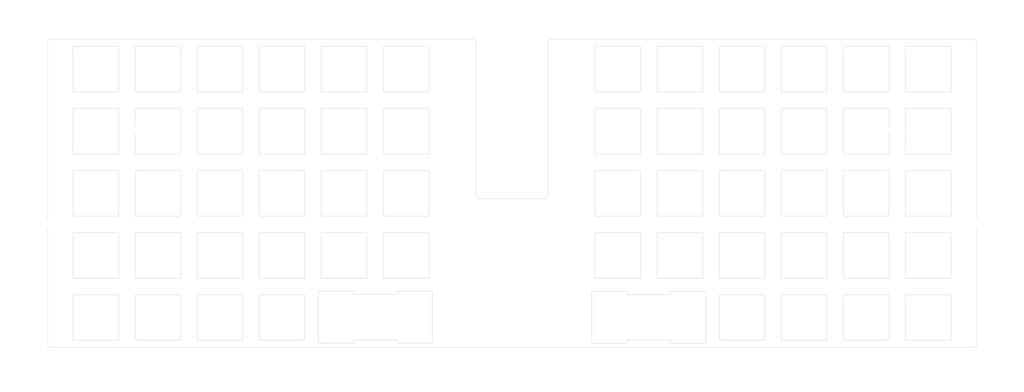
<source format=kicad_pcb>
(kicad_pcb (version 20211014) (generator pcbnew)
  (layers (0 "F.Cu" signal) (31 "B.Cu" signal) (34 "B.Paste" user) (35 "F.Paste" user) (36 "B.SilkS" user "B.Silkscreen") (37 "F.SilkS" user "F.Silkscreen") (38 "B.Mask" user) (39 "F.Mask" user) (44 "Edge.Cuts" user))
  (net 0 "")
  (footprint "tamago60:MX_switchplate" (layer "F.Cu") (at 101.85 92.5 180))
  (footprint "tamago60:cirque_mounting_35mm" (layer "F.Cu") (at 210.5 118.2))
  (footprint "tamago60:MX_switchplate" (layer "F.Cu") (at 338.200007 130.6 180))
  (footprint "tamago60:MX_switchplate" (layer "F.Cu") (at 319.150007 73.45))
  (footprint "tamago60:MX_switchplate" (layer "F.Cu") (at 262.000007 73.45 180))
  (footprint "tamago60:MX_switchplate" (layer "F.Cu") (at 300.100007 92.5 180))
  (footprint "tamago60:MX_switchplate" (layer "F.Cu") (at 242.950007 73.45 180))
  (footprint "tamago60:MX_switchplate" (layer "F.Cu") (at 242.950007 92.5 180))
  (footprint "tamago60:MX_switchplate" (layer "F.Cu") (at 242.950007 111.55 180))
  (footprint "tamago60:MX_switchplate" (layer "F.Cu") (at 178.05 73.45 180))
  (footprint "tamago60:MX_switchplate" (layer "F.Cu") (at 120.9 130.6 180))
  (footprint "tamago60:MX_switchplate" (layer "F.Cu") (at 120.9 54.4 180))
  (footprint "tamago60:circle_mounting_hole" (layer "F.Cu") (at 328.05 73.1))
  (footprint "tamago60:MX_switchplate" (layer "F.Cu") (at 158.95 92.5 180))
  (footprint "tamago60:MX_switchplate" (layer "F.Cu") (at 178.05 111.55 180))
  (footprint "tamago60:circle_mounting_hole" (layer "F.Cu") (at 93.2 73.1))
  (footprint "tamago60:MX_switchplate" (layer "F.Cu") (at 101.85 130.6 180))
  (footprint "tamago60:MX_switchplate" (layer "F.Cu") (at 82.8 111.55 180))
  (footprint "tamago60:MX_switchplate" (layer "F.Cu") (at 158.95 73.45 180))
  (footprint "tamago60:MX_switchplate" (layer "F.Cu") (at 281.050007 73.45 180))
  (footprint "tamago60:oval_mounting_hole" (layer "F.Cu") (at 69.5 101.7))
  (footprint "tamago60:oval_mounting_hole" (layer "F.Cu") (at 351.5 101.7))
  (footprint "tamago60:MX_switchplate" (layer "F.Cu") (at 101.85 73.45 180))
  (footprint "tamago60:MX_switchplate" (layer "F.Cu") (at 242.950007 54.4 180))
  (footprint "tamago60:MX_switchplate" (layer "F.Cu") (at 300.100007 130.6 180))
  (footprint "tamago60:MX_switchplate" (layer "F.Cu") (at 338.200007 73.45 180))
  (footprint "tamago60:MX_switchplate" (layer "F.Cu") (at 319.150007 54.4 180))
  (footprint "tamago60:MX_switchplate" (layer "F.Cu") (at 300.100007 73.45 180))
  (footprint "tamago60:MX_switchplate" (layer "F.Cu") (at 319.150007 130.6 180))
  (footprint "tamago60:MX_switchplate" (layer "F.Cu") (at 158.95 54.4 180))
  (footprint "tamago60:MX_switchplate" (layer "F.Cu") (at 82.8 54.4 180))
  (footprint "tamago60:MX_switchplate" (layer "F.Cu") (at 338.200007 54.4 180))
  (footprint "tamago60:MX_switchplate" (layer "F.Cu") (at 82.8 130.6 180))
  (footprint "tamago60:MX_switchplate" (layer "F.Cu") (at 139.95 130.6 180))
  (footprint "tamago60:MX_switchplate_2u_stab" (layer "F.Cu") (at 252.475014 130.65495 180))
  (footprint "tamago60:MX_switchplate" (layer "F.Cu") (at 300.100007 111.55 180))
  (footprint "tamago60:MX_switchplate" (layer "F.Cu") (at 281.050007 92.5 180))
  (footprint "tamago60:MX_switchplate_2u_stab" (layer "F.Cu") (at 168.525007 130.6 180))
  (footprint "tamago60:MX_switchplate" (layer "F.Cu") (at 82.8 73.45))
  (footprint "tamago60:MX_switchplate" (layer "F.Cu") (at 281.050007 130.6 180))
  (footprint "tamago60:MX_switchplate" (layer "F.Cu") (at 139.95 73.45 180))
  (footprint "tamago60:MX_switchplate" (layer "F.Cu") (at 101.85 111.55 180))
  (footprint "tamago60:MX_switchplate" (layer "F.Cu") (at 178.05 54.4 180))
  (footprint "tamago60:MX_switchplate" (layer "F.Cu") (at 281.050007 54.4 180))
  (footprint "tamago60:MX_switchplate" (layer "F.Cu") (at 178.05 92.5 180))
  (footprint "tamago60:MX_switchplate" (layer "F.Cu") (at 281.050007 111.55 180))
  (footprint "tamago60:MX_switchplate" (layer "F.Cu") (at 319.150007 111.55 180))
  (footprint "tamago60:MX_switchplate" (layer "F.Cu") (at 120.9 73.45 180))
  (footprint "tamago60:MX_switchplate" (layer "F.Cu") (at 262.000007 54.4 180))
  (footprint "tamago60:MX_switchplate" (layer "F.Cu") (at 158.95 111.55 180))
  (footprint "tamago60:MX_switchplate" (layer "F.Cu") (at 139.95 111.55 180))
  (footprint "tamago60:MX_switchplate" (layer "F.Cu") (at 262.000007 111.55 180))
  (footprint "tamago60:MX_switchplate" (layer "F.Cu") (at 139.95 54.4 180))
  (footprint "tamago60:MX_switchplate" (layer "F.Cu") (at 101.85 54.4 180))
  (footprint "tamago60:MX_switchplate" (layer "F.Cu") (at 262.000007 92.5 180))
  (footprint "tamago60:MX_switchplate" (layer "F.Cu") (at 338.200007 92.5 180))
  (footprint "tamago60:MX_switchplate" (layer "F.Cu") (at 120.9 111.55 180))
  (footprint "tamago60:MX_switchplate" (layer "F.Cu") (at 82.8 92.5 180))
  (footprint "tamago60:MX_switchplate" (layer "F.Cu") (at 300.100007 54.4 180))
  (footprint "tamago60:MX_switchplate" (layer "F.Cu") (at 338.200007 111.55 180))
  (footprint "tamago60:MX_switchplate" (layer "F.Cu") (at 120.9 92.5 180))
  (footprint "tamago60:MX_switchplate" (layer "F.Cu") (at 139.95 92.5 180))
  (footprint "tamago60:MX_switchplate" (layer "F.Cu") (at 319.150007 92.5 180))
  (gr_line (start 353 46.2) (end 353 138.8) (layer "Edge.Cuts") (width 0.1))
  (gr_line (start 69 45.2) (end 198.5 45.2) (layer "Edge.Cuts") (width 0.1))
  (gr_line (start 200.5 94.2) (end 220.5 94.2) (layer "Edge.Cuts") (width 0.1))
  (gr_line (start 222.5 45.2) (end 352 45.2) (layer "Edge.Cuts") (width 0.1))
  (gr_arc (start 69 139.8) (mid 68.292893 139.507107) (end 68 138.8) (layer "Edge.Cuts") (width 0.1))
  (gr_arc (start 221.5 93.2) (mid 221.207107 93.907107) (end 220.5 94.2) (layer "Edge.Cuts") (width 0.1))
  (gr_arc (start 198.5 45.2) (mid 199.207107 45.492893) (end 199.5 46.2) (layer "Edge.Cuts") (width 0.1))
  (gr_arc (start 353 138.8) (mid 352.707107 139.507107) (end 352 139.8) (layer "Edge.Cuts") (width 0.1))
  (gr_line (start 199.5 93.2) (end 199.5 46.2) (layer "Edge.Cuts") (width 0.1))
  (gr_line (start 352 139.8) (end 69 139.8) (layer "Edge.Cuts") (width 0.1))
  (gr_arc (start 221.5 46.2) (mid 221.792893 45.492893) (end 222.5 45.2) (layer "Edge.Cuts") (width 0.1))
  (gr_arc (start 68 46.2) (mid 68.292893 45.492893) (end 69 45.2) (layer "Edge.Cuts") (width 0.1))
  (gr_line (start 68 138.8) (end 68 46.2) (layer "Edge.Cuts") (width 0.1))
  (gr_arc (start 352 45.2) (mid 352.707108 45.492892) (end 353 46.2) (layer "Edge.Cuts") (width 0.1))
  (gr_line (start 221.5 93.2) (end 221.5 46.2) (layer "Edge.Cuts") (width 0.1))
  (gr_arc (start 200.5 94.2) (mid 199.792893 93.907107) (end 199.5 93.2) (layer "Edge.Cuts") (width 0.1))
)
</source>
